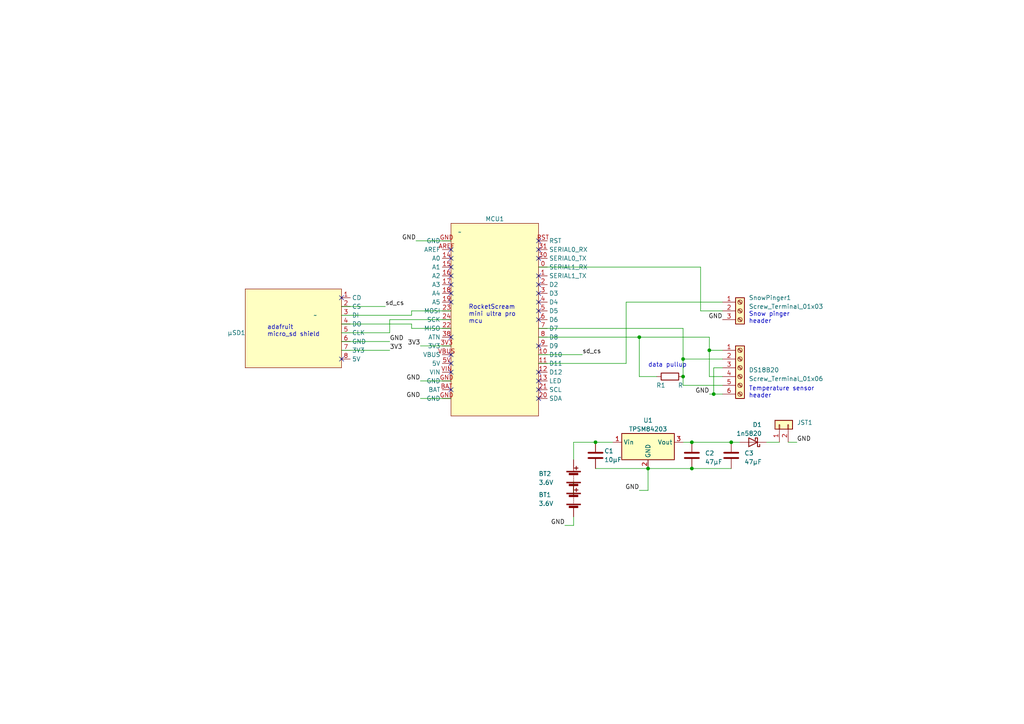
<source format=kicad_sch>
(kicad_sch (version 20230121) (generator eeschema)
  (paper "A4")
  (lib_symbols
    (symbol "Connector:Screw_Terminal_01x03" (pin_names (offset 1.016) hide)
      (property "Reference" "J" (at 0 5.08 0))
      (property "Value" "Screw_Terminal_01x03" (at 0 -5.08 0))
      (symbol "Screw_Terminal_01x03_1_1"
        (rectangle (start -1.27 3.81) (end 1.27 -3.81) (stroke (width 0.254)) (fill (type background)))
        (circle (center 0 -2.54) (radius 0.635) (stroke (width 0.1524)))
        (polyline (pts (xy -0.5334 -2.2098) (xy 0.3302 -3.048)) (stroke (width 0.1524)))
        (polyline (pts (xy -0.5334 0.3302) (xy 0.3302 -0.508)) (stroke (width 0.1524)))
        (polyline (pts (xy -0.5334 2.8702) (xy 0.3302 2.032)) (stroke (width 0.1524)))
        (polyline (pts (xy -0.3556 -2.032) (xy 0.508 -2.8702)) (stroke (width 0.1524)))
        (polyline (pts (xy -0.3556 0.508) (xy 0.508 -0.3302)) (stroke (width 0.1524)))
        (polyline (pts (xy -0.3556 3.048) (xy 0.508 2.2098)) (stroke (width 0.1524)))
        (circle (center 0 0) (radius 0.635) (stroke (width 0.1524)))
        (circle (center 0 2.54) (radius 0.635) (stroke (width 0.1524)))
        (pin passive line (at -5.08 2.54 0) (length 3.81) (name "Pin_1") (number "1"))
        (pin passive line (at -5.08 0 0) (length 3.81) (name "Pin_2") (number "2"))
        (pin passive line (at -5.08 -2.54 0) (length 3.81) (name "Pin_3") (number "3"))
      )
    )
    (symbol "Connector:Screw_Terminal_01x06" (pin_names (offset 1.016) hide)
      (property "Reference" "J" (at 0 7.62 0))
      (property "Value" "Screw_Terminal_01x06" (at 0 -10.16 0))
      (symbol "Screw_Terminal_01x06_1_1"
        (rectangle (start -1.27 6.35) (end 1.27 -8.89) (stroke (width 0.254)) (fill (type background)))
        (circle (center 0 -7.62) (radius 0.635) (stroke (width 0.1524)))
        (circle (center 0 -5.08) (radius 0.635) (stroke (width 0.1524)))
        (circle (center 0 -2.54) (radius 0.635) (stroke (width 0.1524)))
        (polyline (pts (xy -0.5334 -7.2898) (xy 0.3302 -8.128)) (stroke (width 0.1524)))
        (polyline (pts (xy -0.5334 -4.7498) (xy 0.3302 -5.588)) (stroke (width 0.1524)))
        (polyline (pts (xy -0.5334 -2.2098) (xy 0.3302 -3.048)) (stroke (width 0.1524)))
        (polyline (pts (xy -0.5334 0.3302) (xy 0.3302 -0.508)) (stroke (width 0.1524)))
        (polyline (pts (xy -0.5334 2.8702) (xy 0.3302 2.032)) (stroke (width 0.1524)))
        (polyline (pts (xy -0.5334 5.4102) (xy 0.3302 4.572)) (stroke (width 0.1524)))
        (polyline (pts (xy -0.3556 -7.112) (xy 0.508 -7.9502)) (stroke (width 0.1524)))
        (polyline (pts (xy -0.3556 -4.572) (xy 0.508 -5.4102)) (stroke (width 0.1524)))
        (polyline (pts (xy -0.3556 -2.032) (xy 0.508 -2.8702)) (stroke (width 0.1524)))
        (polyline (pts (xy -0.3556 0.508) (xy 0.508 -0.3302)) (stroke (width 0.1524)))
        (polyline (pts (xy -0.3556 3.048) (xy 0.508 2.2098)) (stroke (width 0.1524)))
        (polyline (pts (xy -0.3556 5.588) (xy 0.508 4.7498)) (stroke (width 0.1524)))
        (circle (center 0 0) (radius 0.635) (stroke (width 0.1524)))
        (circle (center 0 2.54) (radius 0.635) (stroke (width 0.1524)))
        (circle (center 0 5.08) (radius 0.635) (stroke (width 0.1524)))
        (pin passive line (at -5.08 5.08 0) (length 3.81) (name "Pin_1") (number "1"))
        (pin passive line (at -5.08 2.54 0) (length 3.81) (name "Pin_2") (number "2"))
        (pin passive line (at -5.08 0 0) (length 3.81) (name "Pin_3") (number "3"))
        (pin passive line (at -5.08 -2.54 0) (length 3.81) (name "Pin_4") (number "4"))
        (pin passive line (at -5.08 -5.08 0) (length 3.81) (name "Pin_5") (number "5"))
        (pin passive line (at -5.08 -7.62 0) (length 3.81) (name "Pin_6") (number "6"))
      )
    )
    (symbol "Connector:micro_sd_cardReader_adafruit"
      (property "Reference" "µSD" (at -20.32 -5.08 0))
      (symbol "micro_sd_cardReader_adafruit_1_1"
        (rectangle (start -15.24 7.62) (end 12.7 -15.24) (fill (type background)))
        (pin output line (at 12.7 5.08 0) (length 2.54) (name "CD") (number "1"))
        (pin input line (at 12.7 2.54 0) (length 2.54) (name "CS") (number "2"))
        (pin input line (at 12.7 0 0) (length 2.54) (name "DI") (number "3"))
        (pin output line (at 12.7 -2.54 0) (length 2.54) (name "DO") (number "4"))
        (pin input line (at 12.7 -5.08 0) (length 2.54) (name "CLK") (number "5"))
        (pin input line (at 12.7 -7.62 0) (length 2.54) (name "GND") (number "6"))
        (pin input line (at 12.7 -10.16 0) (length 2.54) (name "3V3") (number "7"))
        (pin input line (at 12.7 -12.7 0) (length 2.54) (name "5V") (number "8"))
      )
    )
    (symbol "Connector_Generic:Conn_01x02" (pin_names (offset 1.016) hide)
      (property "Reference" "J" (at 0 2.54 0))
      (property "Value" "Conn_01x02" (at 0 -5.08 0))
      (symbol "Conn_01x02_1_1"
        (rectangle (start -1.27 -2.413) (end 0 -2.667) (stroke (width 0.1524)))
        (rectangle (start -1.27 0.127) (end 0 -0.127) (stroke (width 0.1524)))
        (rectangle (start -1.27 1.27) (end 1.27 -3.81) (stroke (width 0.254)) (fill (type background)))
        (pin passive line (at -5.08 0 0) (length 3.81) (name "Pin_1") (number "1"))
        (pin passive line (at -5.08 -2.54 0) (length 3.81) (name "Pin_2") (number "2"))
      )
    )
    (symbol "Device:Battery" (pin_numbers hide) (pin_names (offset 0) hide)
      (property "Reference" "BT" (at 2.54 2.54 0))
      (property "Value" "Battery" (at 2.54 0 0))
      (symbol "Battery_0_1"
        (rectangle (start -2.032 -1.397) (end 2.032 -1.651) (fill (type outline)))
        (rectangle (start -2.032 1.778) (end 2.032 1.524) (fill (type outline)))
        (rectangle (start -1.3208 -1.9812) (end 1.27 -2.4892) (fill (type outline)))
        (rectangle (start -1.3208 1.1938) (end 1.27 0.6858) (fill (type outline)))
        (polyline (pts (xy 0 -1.524) (xy 0 -1.27)))
        (polyline (pts (xy 0 -1.016) (xy 0 -0.762)))
        (polyline (pts (xy 0 -0.508) (xy 0 -0.254)))
        (polyline (pts (xy 0 0) (xy 0 0.254)))
        (polyline (pts (xy 0 0.508) (xy 0 0.762)))
        (polyline (pts (xy 0 1.778) (xy 0 2.54)))
        (polyline (pts (xy 0.254 2.667) (xy 1.27 2.667)) (stroke (width 0.254)))
        (polyline (pts (xy 0.762 3.175) (xy 0.762 2.159)) (stroke (width 0.254)))
      )
      (symbol "Battery_1_1"
        (pin passive line (at 0 5.08 270) (length 2.54) (name "+") (number "1"))
        (pin passive line (at 0 -5.08 90) (length 2.54) (name "-") (number "2"))
      )
    )
    (symbol "Device:C" (pin_numbers hide) (pin_names (offset 0.254))
      (property "Reference" "C" (at 0.635 2.54 0))
      (property "Value" "C" (at 0.635 -2.54 0))
      (symbol "C_0_1"
        (polyline (pts (xy -2.032 -0.762) (xy 2.032 -0.762)) (stroke (width 0.508)))
        (polyline (pts (xy -2.032 0.762) (xy 2.032 0.762)) (stroke (width 0.508)))
      )
      (symbol "C_1_1"
        (pin passive line (at 0 3.81 270) (length 2.794) (name "~") (number "1"))
        (pin passive line (at 0 -3.81 90) (length 2.794) (name "~") (number "2"))
      )
    )
    (symbol "Device:R" (pin_numbers hide) (pin_names (offset 0))
      (property "Reference" "R" (at 2.032 0 90))
      (property "Value" "R" (at 0 0 90))
      (symbol "R_0_1"
        (rectangle (start -1.016 -2.54) (end 1.016 2.54) (stroke (width 0.254)))
      )
      (symbol "R_1_1"
        (pin passive line (at 0 3.81 270) (length 1.27) (name "~") (number "1"))
        (pin passive line (at 0 -3.81 90) (length 1.27) (name "~") (number "2"))
      )
    )
    (symbol "Diode:1N5817" (pin_numbers hide) (pin_names (offset 1.016) hide)
      (property "Reference" "D" (at 0 2.54 0))
      (property "Value" "1N5817" (at 0 -2.54 0))
      (symbol "1N5817_0_1"
        (polyline (pts (xy 1.27 0) (xy -1.27 0)))
        (polyline (pts (xy 1.27 1.27) (xy 1.27 -1.27) (xy -1.27 0) (xy 1.27 1.27)) (stroke (width 0.254)))
        (polyline (pts (xy -1.905 0.635) (xy -1.905 1.27) (xy -1.27 1.27) (xy -1.27 -1.27) (xy -0.635 -1.27) (xy -0.635 -0.635)) (stroke (width 0.254)))
      )
      (symbol "1N5817_1_1"
        (pin passive line (at -3.81 0 0) (length 2.54) (name "K") (number "1"))
        (pin passive line (at 3.81 0 180) (length 2.54) (name "A") (number "2"))
      )
    )
    (symbol "MCU_Module:Rocket_Scream_Mini_Ultra_Pro"
      (property "Reference" "MCU" (at -10.16 26.67 0))
      (symbol "Rocket_Scream_Mini_Ultra_Pro_1_1"
        (rectangle (start -12.7 27.94) (end 12.7 -27.94) (fill (type background)))
        (pin input line (at 12.7 15.24 0) (length 2.54) (name "SERIAL1_RX") (number "0"))
        (pin output line (at 12.7 12.7 0) (length 2.54) (name "SERIAL1_TX") (number "1"))
        (pin bidirectional line (at 12.7 -10.16 0) (length 2.54) (name "D10") (number "10"))
        (pin bidirectional line (at 12.7 -12.7 0) (length 2.54) (name "D11") (number "11"))
        (pin bidirectional line (at 12.7 -15.24 0) (length 2.54) (name "D12") (number "12"))
        (pin bidirectional line (at 12.7 -17.78 0) (length 2.54) (name "LED") (number "13"))
        (pin bidirectional line (at -12.7 17.78 180) (length 2.54) (name "A0") (number "14"))
        (pin bidirectional line (at -12.7 15.24 180) (length 2.54) (name "A1") (number "15"))
        (pin bidirectional line (at -12.7 12.7 180) (length 2.54) (name "A2") (number "16"))
        (pin bidirectional line (at -12.7 10.16 180) (length 2.54) (name "A3") (number "17"))
        (pin bidirectional line (at -12.7 7.62 180) (length 2.54) (name "A4") (number "18"))
        (pin bidirectional line (at -12.7 5.08 180) (length 2.54) (name "A5") (number "19"))
        (pin bidirectional line (at 12.7 10.16 0) (length 2.54) (name "D2") (number "2"))
        (pin bidirectional line (at 12.7 -22.86 0) (length 2.54) (name "SDA") (number "20"))
        (pin bidirectional line (at 12.7 -20.32 0) (length 2.54) (name "SCL") (number "21"))
        (pin input line (at -12.7 -2.54 180) (length 2.54) (name "MISO") (number "22"))
        (pin output line (at -12.7 2.54 180) (length 2.54) (name "MOSI") (number "23"))
        (pin output line (at -12.7 0 180) (length 2.54) (name "SCK") (number "24"))
        (pin bidirectional line (at 12.7 7.62 0) (length 2.54) (name "D3") (number "3"))
        (pin output line (at 12.7 17.78 0) (length 2.54) (name "SERIAL0_TX") (number "30"))
        (pin input line (at 12.7 20.32 0) (length 2.54) (name "SERIAL0_RX") (number "31"))
        (pin unspecified line (at -12.7 -5.08 180) (length 2.54) (name "ATN") (number "38"))
        (pin power_out line (at -12.7 -7.62 180) (length 2.54) (name "3V3") (number "3V3"))
        (pin bidirectional line (at 12.7 5.08 0) (length 2.54) (name "D4") (number "4"))
        (pin bidirectional line (at 12.7 2.54 0) (length 2.54) (name "D5") (number "5"))
        (pin power_out line (at -12.7 -12.7 180) (length 2.54) (name "5V") (number "5V"))
        (pin bidirectional line (at 12.7 0 0) (length 2.54) (name "D6") (number "6"))
        (pin bidirectional line (at 12.7 -2.54 0) (length 2.54) (name "D7") (number "7"))
        (pin bidirectional line (at 12.7 -5.08 0) (length 2.54) (name "D8") (number "8"))
        (pin bidirectional line (at 12.7 -7.62 0) (length 2.54) (name "D9") (number "9"))
        (pin unspecified line (at -12.7 20.32 180) (length 2.54) (name "AREF") (number "AREF"))
        (pin power_out line (at -12.7 -20.32 180) (length 2.54) (name "BAT") (number "BAT"))
        (pin output line (at -12.7 -22.86 180) (length 2.54) (name "GND") (number "GND"))
        (pin output line (at -12.7 -17.78 180) (length 2.54) (name "GND") (number "GND"))
        (pin output line (at -12.7 22.86 180) (length 2.54) (name "GND") (number "GND"))
        (pin input line (at 12.7 22.86 0) (length 2.54) (name "RST") (number "RST"))
        (pin unspecified line (at -12.7 -10.16 180) (length 2.54) (name "VBUS") (number "VBUS"))
        (pin power_in line (at -12.7 -15.24 180) (length 2.54) (name "VIN") (number "VIN"))
      )
    )
    (symbol "Regulator_Switching:TSR_1-2433"
      (property "Reference" "U" (at -7.62 6.35 0))
      (property "Value" "TSR_1-2433" (at -1.27 6.35 0))
      (symbol "TSR_1-2433_0_1"
        (rectangle (start -7.62 5.08) (end 7.62 -2.54) (stroke (width 0.254)) (fill (type background)))
      )
      (symbol "TSR_1-2433_1_1"
        (pin power_in line (at -10.16 2.54 0) (length 2.54) (name "Vin") (number "1"))
        (pin power_in line (at 0 -5.08 90) (length 2.54) (name "GND") (number "2"))
        (pin power_out line (at 10.16 2.54 180) (length 2.54) (name "Vout") (number "3"))
      )
    )
  )
  (junction (at 172.72 128.27))
  (junction (at 207.01 114.3))
  (junction (at 200.66 128.27))
  (junction (at 200.66 135.89))
  (junction (at 212.09 128.27))
  (junction (at 205.74 101.6))
  (junction (at 198.12 104.14))
  (junction (at 187.96 135.89))
  (junction (at 185.42 97.79))
  (junction (at 198.12 109.22))
  (no_connect (at 130.81 102.87))
  (no_connect (at 156.21 74.93))
  (no_connect (at 130.81 80.01))
  (no_connect (at 156.21 100.33))
  (no_connect (at 130.81 105.41))
  (no_connect (at 130.81 107.95))
  (no_connect (at 130.81 97.79))
  (no_connect (at 99.06 86.36))
  (no_connect (at 156.21 90.17))
  (no_connect (at 156.21 107.95))
  (no_connect (at 130.81 77.47))
  (no_connect (at 130.81 82.55))
  (no_connect (at 156.21 82.55))
  (no_connect (at 130.81 85.09))
  (no_connect (at 156.21 115.57))
  (no_connect (at 130.81 72.39))
  (no_connect (at 156.21 113.03))
  (no_connect (at 99.06 104.14))
  (no_connect (at 156.21 87.63))
  (no_connect (at 130.81 113.03))
  (no_connect (at 156.21 80.01))
  (no_connect (at 130.81 87.63))
  (no_connect (at 156.21 69.85))
  (no_connect (at 156.21 85.09))
  (no_connect (at 156.21 110.49))
  (no_connect (at 130.81 74.93))
  (no_connect (at 156.21 72.39))
  (no_connect (at 156.21 92.71))
  (wire (pts (xy 222.25 128.27) (xy 226.06 128.27)))
  (wire (pts (xy 181.61 105.41) (xy 156.21 105.41)))
  (wire (pts (xy 203.2 90.17) (xy 203.2 77.47)))
  (wire (pts (xy 156.21 77.47) (xy 203.2 77.47)))
  (wire (pts (xy 99.06 93.98) (xy 119.38 93.98)))
  (wire (pts (xy 198.12 104.14) (xy 198.12 109.22)))
  (wire (pts (xy 207.01 106.68) (xy 207.01 114.3)))
  (wire (pts (xy 113.03 92.71) (xy 130.81 92.71)))
  (wire (pts (xy 166.37 152.4) (xy 166.37 149.86)))
  (wire (pts (xy 156.21 95.25) (xy 198.12 95.25)))
  (wire (pts (xy 187.96 135.89) (xy 200.66 135.89)))
  (wire (pts (xy 198.12 128.27) (xy 200.66 128.27)))
  (wire (pts (xy 207.01 114.3) (xy 209.55 114.3)))
  (wire (pts (xy 166.37 139.7) (xy 166.37 143.51)))
  (wire (pts (xy 209.55 106.68) (xy 207.01 106.68)))
  (wire (pts (xy 121.92 100.33) (xy 130.81 100.33)))
  (wire (pts (xy 99.06 88.9) (xy 111.76 88.9)))
  (wire (pts (xy 113.03 96.52) (xy 113.03 92.71)))
  (wire (pts (xy 185.42 97.79) (xy 205.74 97.79)))
  (wire (pts (xy 99.06 96.52) (xy 113.03 96.52)))
  (wire (pts (xy 200.66 128.27) (xy 212.09 128.27)))
  (wire (pts (xy 163.83 152.4) (xy 166.37 152.4)))
  (wire (pts (xy 200.66 135.89) (xy 212.09 135.89)))
  (wire (pts (xy 172.72 128.27) (xy 177.8 128.27)))
  (wire (pts (xy 209.55 109.22) (xy 205.74 109.22)))
  (wire (pts (xy 185.42 142.24) (xy 187.96 142.24)))
  (wire (pts (xy 166.37 128.27) (xy 172.72 128.27)))
  (wire (pts (xy 156.21 102.87) (xy 168.91 102.87)))
  (wire (pts (xy 120.65 69.85) (xy 130.81 69.85)))
  (wire (pts (xy 205.74 101.6) (xy 209.55 101.6)))
  (wire (pts (xy 119.38 93.98) (xy 119.38 95.25)))
  (wire (pts (xy 205.74 109.22) (xy 205.74 101.6)))
  (wire (pts (xy 185.42 97.79) (xy 185.42 109.22)))
  (wire (pts (xy 198.12 109.22) (xy 198.12 111.76)))
  (wire (pts (xy 99.06 91.44) (xy 119.38 91.44)))
  (wire (pts (xy 228.6 128.27) (xy 231.14 128.27)))
  (wire (pts (xy 209.55 90.17) (xy 203.2 90.17)))
  (wire (pts (xy 119.38 90.17) (xy 130.81 90.17)))
  (wire (pts (xy 172.72 135.89) (xy 187.96 135.89)))
  (wire (pts (xy 187.96 135.89) (xy 187.96 142.24)))
  (wire (pts (xy 99.06 99.06) (xy 113.03 99.06)))
  (wire (pts (xy 121.92 110.49) (xy 130.81 110.49)))
  (wire (pts (xy 190.5 109.22) (xy 185.42 109.22)))
  (wire (pts (xy 121.92 115.57) (xy 130.81 115.57)))
  (wire (pts (xy 205.74 114.3) (xy 207.01 114.3)))
  (wire (pts (xy 209.55 104.14) (xy 198.12 104.14)))
  (wire (pts (xy 119.38 95.25) (xy 130.81 95.25)))
  (wire (pts (xy 209.55 87.63) (xy 181.61 87.63)))
  (wire (pts (xy 205.74 101.6) (xy 205.74 97.79)))
  (wire (pts (xy 212.09 128.27) (xy 214.63 128.27)))
  (wire (pts (xy 198.12 95.25) (xy 198.12 104.14)))
  (wire (pts (xy 156.21 97.79) (xy 185.42 97.79)))
  (wire (pts (xy 119.38 91.44) (xy 119.38 90.17)))
  (wire (pts (xy 209.55 111.76) (xy 198.12 111.76)))
  (wire (pts (xy 166.37 128.27) (xy 166.37 133.35)))
  (wire (pts (xy 99.06 101.6) (xy 113.03 101.6)))
  (wire (pts (xy 181.61 87.63) (xy 181.61 105.41)))
  (text "RocketScream \nmini ultra pro\nmcu" (at 135.89 93.98 0) (effects (font (size 1.27 1.27)) (justify left bottom)))
  (text "data pullup" (at 187.96 106.68 0) (effects (font (size 1.27 1.27)) (justify left bottom)))
  (text "adafruit\nmicro_sd shield" (at 77.47 97.79 0) (effects (font (size 1.27 1.27)) (justify left bottom)))
  (text "Temperature sensor\nheader" (at 217.17 115.57 0) (effects (font (size 1.27 1.27)) (justify left bottom)))
  (text "Snow pinger \nheader" (at 217.17 93.98 0) (effects (font (size 1.27 1.27)) (justify left bottom)))
  (label "sd_cs" (at 111.76 88.9 0))
  (label "GND" (at 231.14 128.27 0))
  (label "GND" (at 163.83 152.4 180))
  (label "GND" (at 121.92 115.57 180))
  (label "GND" (at 209.55 92.71 180))
  (label "sd_cs" (at 168.91 102.87 0))
  (label "3V3" (at 121.92 100.33 180))
  (label "GND" (at 185.42 142.24 180))
  (label "3V3" (at 113.03 101.6 0))
  (label "GND" (at 121.92 110.49 180))
  (label "GND" (at 120.65 69.85 180))
  (label "GND" (at 113.03 99.06 0))
  (label "GND" (at 205.74 114.3 180))
  (symbol (lib_id "Device:Battery") (at 166.37 138.43 0) (unit 1)
    (property "Reference" "BT2" (at 156.21 137.414 0) (effects (justify left)))
    (property "Value" "3.6V" (at 156.21 139.954 0) (effects (justify left)))
    (property "Footprint" "Battery:battery_c_cell_solderTabs" (effects hide))
    (property "Datasheet" "https://tadiranbat.com/wp-content/uploads/2022/03/tl-5920.pdf" (effects hide))
  )
  (symbol (lib_id "Connector:Screw_Terminal_01x06") (at 214.63 106.68 0) (unit 1)
    (property "Reference" "DS18B20" (at 217.17 107.315 0) (effects (justify left)))
    (property "Value" "Screw_Terminal_01x06" (at 217.17 109.855 0) (effects (justify left)))
    (property "Footprint" "TerminalBlock_Phoenix:TerminalBlock_Phoenix_MPT-0,5-6-2.54_1x06_P2.54mm_Horizontal" (effects hide))
  )
  (symbol (lib_id "Device:C") (at 200.66 132.08 0) (unit 1)
    (property "Reference" "C2" (at 204.47 131.445 0) (effects (justify left)))
    (property "Value" "47µF" (at 204.47 133.985 0) (effects (justify left)))
    (property "Footprint" "Capacitor_THT:CP_Radial_Tantal_D4.5mm_P2.50mm" (effects hide))
  )
  (symbol (lib_id "MCU_Module:Rocket_Scream_Mini_Ultra_Pro") (at 143.51 92.71 0) (unit 1)
    (property "Reference" "MCU1" (at 143.51 63.5 0))
    (property "Value" "~" (at 133.35 67.31 0))
    (property "Footprint" "Module:Rocket_Scream_Mini_Ultra_Pro" (effects hide))
  )
  (symbol (lib_id "Connector:Screw_Terminal_01x03") (at 214.63 90.17 0) (unit 1)
    (property "Reference" "SnowPinger1" (at 217.17 86.36 0) (effects (justify left)))
    (property "Value" "Screw_Terminal_01x03" (at 217.17 88.9 0) (effects (justify left)))
    (property "Footprint" "TerminalBlock_TE-Connectivity:TerminalBlock_TE_282834-3_1x03_P2.54mm_Horizontal" (effects hide))
  )
  (symbol (lib_id "Device:Battery") (at 166.37 144.78 0) (unit 1)
    (property "Reference" "BT1" (at 156.21 143.51 0) (effects (justify left)))
    (property "Value" "3.6V" (at 156.21 146.05 0) (effects (justify left)))
    (property "Footprint" "Battery:battery_c_cell_solderTabs" (effects hide))
    (property "Datasheet" "https://tadiranbat.com/wp-content/uploads/2022/03/tl-5920.pdf" (effects hide))
  )
  (symbol (lib_id "Regulator_Switching:TSR_1-2433") (at 187.96 130.81 0) (unit 1)
    (property "Reference" "U1" (at 187.96 121.92 0))
    (property "Value" "TPSM84203" (at 187.96 124.46 0))
    (property "Footprint" "Converter_DCDC:Converter_DCDC_TRACO_TSR-1_THT" (effects hide))
    (property "Datasheet" "https://www.ti.com/lit/ds/symlink/tpsm84203.pdf?HQS=dis-dk-null-digikeymode-dsf-pf-null-wwe&ts=1682328058429&ref_url=https%253A%252F%252Fwww.ti.com%252Fgeneral%252Fdocs%252Fsuppproductinfo.tsp%253FdistId%253D10%2526gotoUrl%253Dhttps%253A%252F%252Fwww.ti.com%252Flit%252Fgpn%252Ftpsm84203" (effects hide))
  )
  (symbol (lib_id "Connector:micro_sd_cardReader_adafruit") (at 86.36 91.44 0) (unit 1)
    (property "Reference" "µSD1" (at 68.58 96.52 0))
    (property "Value" "~" (at 91.44 91.44 0))
    (property "Footprint" "Connector_Card:micro_sd_cardReader_adafruit" (effects hide))
  )
  (symbol (lib_id "Device:C") (at 172.72 132.08 0) (unit 1)
    (property "Reference" "C1" (at 175.26 130.81 0) (effects (justify left)))
    (property "Value" "10µF" (at 175.26 133.35 0) (effects (justify left)))
    (property "Footprint" "Capacitor_THT:CP_Radial_Tantal_D4.5mm_P2.50mm" (effects hide))
  )
  (symbol (lib_id "Diode:1N5817") (at 218.44 128.27 180) (unit 1)
    (property "Reference" "D1" (at 220.98 123.19 0) (effects (justify left)))
    (property "Value" "1n5820" (at 220.98 125.73 0) (effects (justify left)))
    (property "Footprint" "Diode_THT:D_DO-41_SOD81_P10.16mm_Horizontal" (effects hide))
    (property "Datasheet" "http://www.vishay.com/docs/88525/1n5817.pdf" (effects hide))
  )
  (symbol (lib_id "Device:R") (at 194.31 109.22 90) (unit 1)
    (property "Reference" "R1" (at 193.04 111.76 90) (effects (justify left)))
    (property "Value" "R" (at 198.12 111.76 90) (effects (justify left)))
    (property "Footprint" "Resistor_THT:R_Axial_DIN0204_L3.6mm_D1.6mm_P7.62mm_Horizontal" (effects hide))
  )
  (symbol (lib_id "Device:C") (at 212.09 132.08 0) (unit 1)
    (property "Reference" "C3" (at 215.9 131.445 0) (effects (justify left)))
    (property "Value" "47µF" (at 215.9 133.985 0) (effects (justify left)))
    (property "Footprint" "Capacitor_THT:CP_Radial_Tantal_D4.5mm_P2.50mm" (effects hide))
  )
  (symbol (lib_id "Connector_Generic:Conn_01x02") (at 226.06 123.19 90) (unit 1)
    (property "Reference" "JST1" (at 231.14 122.555 90) (effects (justify right)))
    (property "Value" "JST male flying leads" (effects hide))
    (property "Footprint" "TestPoint:TestPoint_2Pads_Pitch5.08mm_Drill1.3mm" (effects hide))
  )
)
</source>
